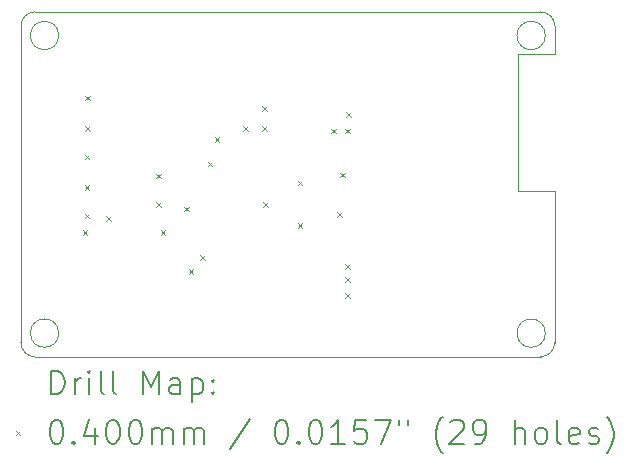
<source format=gbr>
%TF.GenerationSoftware,KiCad,Pcbnew,8.0.4*%
%TF.CreationDate,2024-09-16T16:07:33+01:00*%
%TF.ProjectId,algoritmi_foc,616c676f-7269-4746-9d69-5f666f632e6b,Andr_s Motta*%
%TF.SameCoordinates,Original*%
%TF.FileFunction,Drillmap*%
%TF.FilePolarity,Positive*%
%FSLAX45Y45*%
G04 Gerber Fmt 4.5, Leading zero omitted, Abs format (unit mm)*
G04 Created by KiCad (PCBNEW 8.0.4) date 2024-09-16 16:07:33*
%MOMM*%
%LPD*%
G01*
G04 APERTURE LIST*
%ADD10C,0.100000*%
%ADD11C,0.200000*%
G04 APERTURE END LIST*
D10*
X8140000Y-9620000D02*
X12420000Y-9620000D01*
X12227500Y-7060000D02*
X12540000Y-7060000D01*
X12460000Y-6900000D02*
G75*
G02*
X12220000Y-6900000I-120000J0D01*
G01*
X12220000Y-6900000D02*
G75*
G02*
X12460000Y-6900000I120000J0D01*
G01*
X12227500Y-8220000D02*
X12227500Y-7060000D01*
X8020000Y-6820000D02*
G75*
G02*
X8140000Y-6700000I120000J0D01*
G01*
X8340000Y-6900000D02*
G75*
G02*
X8100000Y-6900000I-120000J0D01*
G01*
X8100000Y-6900000D02*
G75*
G02*
X8340000Y-6900000I120000J0D01*
G01*
X12540000Y-9500000D02*
X12540000Y-8220000D01*
X8020000Y-6820000D02*
X8020000Y-9500000D01*
X12540000Y-7060000D02*
X12540000Y-6820000D01*
X8140000Y-9620000D02*
G75*
G02*
X8020000Y-9500000I0J120000D01*
G01*
X12460000Y-9420000D02*
G75*
G02*
X12220000Y-9420000I-120000J0D01*
G01*
X12220000Y-9420000D02*
G75*
G02*
X12460000Y-9420000I120000J0D01*
G01*
X12540000Y-8220000D02*
X12227500Y-8220000D01*
X8340000Y-9420000D02*
G75*
G02*
X8100000Y-9420000I-120000J0D01*
G01*
X8100000Y-9420000D02*
G75*
G02*
X8340000Y-9420000I120000J0D01*
G01*
X12420000Y-6700000D02*
X8140000Y-6700000D01*
X12540000Y-9500000D02*
G75*
G02*
X12420000Y-9620000I-120000J0D01*
G01*
X12420000Y-6700000D02*
G75*
G02*
X12540000Y-6820000I0J-120000D01*
G01*
D11*
D10*
X8543800Y-8549000D02*
X8583800Y-8589000D01*
X8583800Y-8549000D02*
X8543800Y-8589000D01*
X8558800Y-7909000D02*
X8598800Y-7949000D01*
X8598800Y-7909000D02*
X8558800Y-7949000D01*
X8558800Y-8169000D02*
X8598800Y-8209000D01*
X8598800Y-8169000D02*
X8558800Y-8209000D01*
X8558800Y-8409000D02*
X8598800Y-8449000D01*
X8598800Y-8409000D02*
X8558800Y-8449000D01*
X8563800Y-7409000D02*
X8603800Y-7449000D01*
X8603800Y-7409000D02*
X8563800Y-7449000D01*
X8563800Y-7669000D02*
X8603800Y-7709000D01*
X8603800Y-7669000D02*
X8563800Y-7709000D01*
X8743800Y-8429000D02*
X8783800Y-8469000D01*
X8783800Y-8429000D02*
X8743800Y-8469000D01*
X9163800Y-8069000D02*
X9203800Y-8109000D01*
X9203800Y-8069000D02*
X9163800Y-8109000D01*
X9163800Y-8309000D02*
X9203800Y-8349000D01*
X9203800Y-8309000D02*
X9163800Y-8349000D01*
X9203800Y-8549000D02*
X9243800Y-8589000D01*
X9243800Y-8549000D02*
X9203800Y-8589000D01*
X9400000Y-8349000D02*
X9440000Y-8389000D01*
X9440000Y-8349000D02*
X9400000Y-8389000D01*
X9440000Y-8880000D02*
X9480000Y-8920000D01*
X9480000Y-8880000D02*
X9440000Y-8920000D01*
X9540000Y-8760000D02*
X9580000Y-8800000D01*
X9580000Y-8760000D02*
X9540000Y-8800000D01*
X9600000Y-7969000D02*
X9640000Y-8009000D01*
X9640000Y-7969000D02*
X9600000Y-8009000D01*
X9660000Y-7760000D02*
X9700000Y-7800000D01*
X9700000Y-7760000D02*
X9660000Y-7800000D01*
X9903800Y-7669000D02*
X9943800Y-7709000D01*
X9943800Y-7669000D02*
X9903800Y-7709000D01*
X10060000Y-7500000D02*
X10100000Y-7540000D01*
X10100000Y-7500000D02*
X10060000Y-7540000D01*
X10063800Y-7669000D02*
X10103800Y-7709000D01*
X10103800Y-7669000D02*
X10063800Y-7709000D01*
X10073800Y-8309000D02*
X10113800Y-8349000D01*
X10113800Y-8309000D02*
X10073800Y-8349000D01*
X10363800Y-8129000D02*
X10403800Y-8169000D01*
X10403800Y-8129000D02*
X10363800Y-8169000D01*
X10363800Y-8489000D02*
X10403800Y-8529000D01*
X10403800Y-8489000D02*
X10363800Y-8529000D01*
X10643800Y-7689000D02*
X10683800Y-7729000D01*
X10683800Y-7689000D02*
X10643800Y-7729000D01*
X10696300Y-8396500D02*
X10736300Y-8436500D01*
X10736300Y-8396500D02*
X10696300Y-8436500D01*
X10720000Y-8060000D02*
X10760000Y-8100000D01*
X10760000Y-8060000D02*
X10720000Y-8100000D01*
X10762800Y-8837000D02*
X10802800Y-8877000D01*
X10802800Y-8837000D02*
X10762800Y-8877000D01*
X10763800Y-7688000D02*
X10803800Y-7728000D01*
X10803800Y-7688000D02*
X10763800Y-7728000D01*
X10765800Y-8946000D02*
X10805800Y-8986000D01*
X10805800Y-8946000D02*
X10765800Y-8986000D01*
X10766800Y-9083000D02*
X10806800Y-9123000D01*
X10806800Y-9083000D02*
X10766800Y-9123000D01*
X10770800Y-7550000D02*
X10810800Y-7590000D01*
X10810800Y-7550000D02*
X10770800Y-7590000D01*
D11*
X8275777Y-9936484D02*
X8275777Y-9736484D01*
X8275777Y-9736484D02*
X8323396Y-9736484D01*
X8323396Y-9736484D02*
X8351967Y-9746008D01*
X8351967Y-9746008D02*
X8371015Y-9765055D01*
X8371015Y-9765055D02*
X8380539Y-9784103D01*
X8380539Y-9784103D02*
X8390063Y-9822198D01*
X8390063Y-9822198D02*
X8390063Y-9850770D01*
X8390063Y-9850770D02*
X8380539Y-9888865D01*
X8380539Y-9888865D02*
X8371015Y-9907912D01*
X8371015Y-9907912D02*
X8351967Y-9926960D01*
X8351967Y-9926960D02*
X8323396Y-9936484D01*
X8323396Y-9936484D02*
X8275777Y-9936484D01*
X8475777Y-9936484D02*
X8475777Y-9803150D01*
X8475777Y-9841246D02*
X8485301Y-9822198D01*
X8485301Y-9822198D02*
X8494824Y-9812674D01*
X8494824Y-9812674D02*
X8513872Y-9803150D01*
X8513872Y-9803150D02*
X8532920Y-9803150D01*
X8599586Y-9936484D02*
X8599586Y-9803150D01*
X8599586Y-9736484D02*
X8590063Y-9746008D01*
X8590063Y-9746008D02*
X8599586Y-9755531D01*
X8599586Y-9755531D02*
X8609110Y-9746008D01*
X8609110Y-9746008D02*
X8599586Y-9736484D01*
X8599586Y-9736484D02*
X8599586Y-9755531D01*
X8723396Y-9936484D02*
X8704348Y-9926960D01*
X8704348Y-9926960D02*
X8694824Y-9907912D01*
X8694824Y-9907912D02*
X8694824Y-9736484D01*
X8828158Y-9936484D02*
X8809110Y-9926960D01*
X8809110Y-9926960D02*
X8799586Y-9907912D01*
X8799586Y-9907912D02*
X8799586Y-9736484D01*
X9056729Y-9936484D02*
X9056729Y-9736484D01*
X9056729Y-9736484D02*
X9123396Y-9879341D01*
X9123396Y-9879341D02*
X9190063Y-9736484D01*
X9190063Y-9736484D02*
X9190063Y-9936484D01*
X9371015Y-9936484D02*
X9371015Y-9831722D01*
X9371015Y-9831722D02*
X9361491Y-9812674D01*
X9361491Y-9812674D02*
X9342444Y-9803150D01*
X9342444Y-9803150D02*
X9304348Y-9803150D01*
X9304348Y-9803150D02*
X9285301Y-9812674D01*
X9371015Y-9926960D02*
X9351967Y-9936484D01*
X9351967Y-9936484D02*
X9304348Y-9936484D01*
X9304348Y-9936484D02*
X9285301Y-9926960D01*
X9285301Y-9926960D02*
X9275777Y-9907912D01*
X9275777Y-9907912D02*
X9275777Y-9888865D01*
X9275777Y-9888865D02*
X9285301Y-9869817D01*
X9285301Y-9869817D02*
X9304348Y-9860293D01*
X9304348Y-9860293D02*
X9351967Y-9860293D01*
X9351967Y-9860293D02*
X9371015Y-9850770D01*
X9466253Y-9803150D02*
X9466253Y-10003150D01*
X9466253Y-9812674D02*
X9485301Y-9803150D01*
X9485301Y-9803150D02*
X9523396Y-9803150D01*
X9523396Y-9803150D02*
X9542444Y-9812674D01*
X9542444Y-9812674D02*
X9551967Y-9822198D01*
X9551967Y-9822198D02*
X9561491Y-9841246D01*
X9561491Y-9841246D02*
X9561491Y-9898389D01*
X9561491Y-9898389D02*
X9551967Y-9917436D01*
X9551967Y-9917436D02*
X9542444Y-9926960D01*
X9542444Y-9926960D02*
X9523396Y-9936484D01*
X9523396Y-9936484D02*
X9485301Y-9936484D01*
X9485301Y-9936484D02*
X9466253Y-9926960D01*
X9647205Y-9917436D02*
X9656729Y-9926960D01*
X9656729Y-9926960D02*
X9647205Y-9936484D01*
X9647205Y-9936484D02*
X9637682Y-9926960D01*
X9637682Y-9926960D02*
X9647205Y-9917436D01*
X9647205Y-9917436D02*
X9647205Y-9936484D01*
X9647205Y-9812674D02*
X9656729Y-9822198D01*
X9656729Y-9822198D02*
X9647205Y-9831722D01*
X9647205Y-9831722D02*
X9637682Y-9822198D01*
X9637682Y-9822198D02*
X9647205Y-9812674D01*
X9647205Y-9812674D02*
X9647205Y-9831722D01*
D10*
X7975000Y-10245000D02*
X8015000Y-10285000D01*
X8015000Y-10245000D02*
X7975000Y-10285000D01*
D11*
X8313872Y-10156484D02*
X8332920Y-10156484D01*
X8332920Y-10156484D02*
X8351967Y-10166008D01*
X8351967Y-10166008D02*
X8361491Y-10175531D01*
X8361491Y-10175531D02*
X8371015Y-10194579D01*
X8371015Y-10194579D02*
X8380539Y-10232674D01*
X8380539Y-10232674D02*
X8380539Y-10280293D01*
X8380539Y-10280293D02*
X8371015Y-10318389D01*
X8371015Y-10318389D02*
X8361491Y-10337436D01*
X8361491Y-10337436D02*
X8351967Y-10346960D01*
X8351967Y-10346960D02*
X8332920Y-10356484D01*
X8332920Y-10356484D02*
X8313872Y-10356484D01*
X8313872Y-10356484D02*
X8294824Y-10346960D01*
X8294824Y-10346960D02*
X8285301Y-10337436D01*
X8285301Y-10337436D02*
X8275777Y-10318389D01*
X8275777Y-10318389D02*
X8266253Y-10280293D01*
X8266253Y-10280293D02*
X8266253Y-10232674D01*
X8266253Y-10232674D02*
X8275777Y-10194579D01*
X8275777Y-10194579D02*
X8285301Y-10175531D01*
X8285301Y-10175531D02*
X8294824Y-10166008D01*
X8294824Y-10166008D02*
X8313872Y-10156484D01*
X8466253Y-10337436D02*
X8475777Y-10346960D01*
X8475777Y-10346960D02*
X8466253Y-10356484D01*
X8466253Y-10356484D02*
X8456729Y-10346960D01*
X8456729Y-10346960D02*
X8466253Y-10337436D01*
X8466253Y-10337436D02*
X8466253Y-10356484D01*
X8647205Y-10223150D02*
X8647205Y-10356484D01*
X8599586Y-10146960D02*
X8551967Y-10289817D01*
X8551967Y-10289817D02*
X8675777Y-10289817D01*
X8790063Y-10156484D02*
X8809110Y-10156484D01*
X8809110Y-10156484D02*
X8828158Y-10166008D01*
X8828158Y-10166008D02*
X8837682Y-10175531D01*
X8837682Y-10175531D02*
X8847205Y-10194579D01*
X8847205Y-10194579D02*
X8856729Y-10232674D01*
X8856729Y-10232674D02*
X8856729Y-10280293D01*
X8856729Y-10280293D02*
X8847205Y-10318389D01*
X8847205Y-10318389D02*
X8837682Y-10337436D01*
X8837682Y-10337436D02*
X8828158Y-10346960D01*
X8828158Y-10346960D02*
X8809110Y-10356484D01*
X8809110Y-10356484D02*
X8790063Y-10356484D01*
X8790063Y-10356484D02*
X8771015Y-10346960D01*
X8771015Y-10346960D02*
X8761491Y-10337436D01*
X8761491Y-10337436D02*
X8751967Y-10318389D01*
X8751967Y-10318389D02*
X8742444Y-10280293D01*
X8742444Y-10280293D02*
X8742444Y-10232674D01*
X8742444Y-10232674D02*
X8751967Y-10194579D01*
X8751967Y-10194579D02*
X8761491Y-10175531D01*
X8761491Y-10175531D02*
X8771015Y-10166008D01*
X8771015Y-10166008D02*
X8790063Y-10156484D01*
X8980539Y-10156484D02*
X8999586Y-10156484D01*
X8999586Y-10156484D02*
X9018634Y-10166008D01*
X9018634Y-10166008D02*
X9028158Y-10175531D01*
X9028158Y-10175531D02*
X9037682Y-10194579D01*
X9037682Y-10194579D02*
X9047205Y-10232674D01*
X9047205Y-10232674D02*
X9047205Y-10280293D01*
X9047205Y-10280293D02*
X9037682Y-10318389D01*
X9037682Y-10318389D02*
X9028158Y-10337436D01*
X9028158Y-10337436D02*
X9018634Y-10346960D01*
X9018634Y-10346960D02*
X8999586Y-10356484D01*
X8999586Y-10356484D02*
X8980539Y-10356484D01*
X8980539Y-10356484D02*
X8961491Y-10346960D01*
X8961491Y-10346960D02*
X8951967Y-10337436D01*
X8951967Y-10337436D02*
X8942444Y-10318389D01*
X8942444Y-10318389D02*
X8932920Y-10280293D01*
X8932920Y-10280293D02*
X8932920Y-10232674D01*
X8932920Y-10232674D02*
X8942444Y-10194579D01*
X8942444Y-10194579D02*
X8951967Y-10175531D01*
X8951967Y-10175531D02*
X8961491Y-10166008D01*
X8961491Y-10166008D02*
X8980539Y-10156484D01*
X9132920Y-10356484D02*
X9132920Y-10223150D01*
X9132920Y-10242198D02*
X9142444Y-10232674D01*
X9142444Y-10232674D02*
X9161491Y-10223150D01*
X9161491Y-10223150D02*
X9190063Y-10223150D01*
X9190063Y-10223150D02*
X9209110Y-10232674D01*
X9209110Y-10232674D02*
X9218634Y-10251722D01*
X9218634Y-10251722D02*
X9218634Y-10356484D01*
X9218634Y-10251722D02*
X9228158Y-10232674D01*
X9228158Y-10232674D02*
X9247205Y-10223150D01*
X9247205Y-10223150D02*
X9275777Y-10223150D01*
X9275777Y-10223150D02*
X9294825Y-10232674D01*
X9294825Y-10232674D02*
X9304348Y-10251722D01*
X9304348Y-10251722D02*
X9304348Y-10356484D01*
X9399586Y-10356484D02*
X9399586Y-10223150D01*
X9399586Y-10242198D02*
X9409110Y-10232674D01*
X9409110Y-10232674D02*
X9428158Y-10223150D01*
X9428158Y-10223150D02*
X9456729Y-10223150D01*
X9456729Y-10223150D02*
X9475777Y-10232674D01*
X9475777Y-10232674D02*
X9485301Y-10251722D01*
X9485301Y-10251722D02*
X9485301Y-10356484D01*
X9485301Y-10251722D02*
X9494825Y-10232674D01*
X9494825Y-10232674D02*
X9513872Y-10223150D01*
X9513872Y-10223150D02*
X9542444Y-10223150D01*
X9542444Y-10223150D02*
X9561491Y-10232674D01*
X9561491Y-10232674D02*
X9571015Y-10251722D01*
X9571015Y-10251722D02*
X9571015Y-10356484D01*
X9961491Y-10146960D02*
X9790063Y-10404103D01*
X10218634Y-10156484D02*
X10237682Y-10156484D01*
X10237682Y-10156484D02*
X10256729Y-10166008D01*
X10256729Y-10166008D02*
X10266253Y-10175531D01*
X10266253Y-10175531D02*
X10275777Y-10194579D01*
X10275777Y-10194579D02*
X10285301Y-10232674D01*
X10285301Y-10232674D02*
X10285301Y-10280293D01*
X10285301Y-10280293D02*
X10275777Y-10318389D01*
X10275777Y-10318389D02*
X10266253Y-10337436D01*
X10266253Y-10337436D02*
X10256729Y-10346960D01*
X10256729Y-10346960D02*
X10237682Y-10356484D01*
X10237682Y-10356484D02*
X10218634Y-10356484D01*
X10218634Y-10356484D02*
X10199587Y-10346960D01*
X10199587Y-10346960D02*
X10190063Y-10337436D01*
X10190063Y-10337436D02*
X10180539Y-10318389D01*
X10180539Y-10318389D02*
X10171015Y-10280293D01*
X10171015Y-10280293D02*
X10171015Y-10232674D01*
X10171015Y-10232674D02*
X10180539Y-10194579D01*
X10180539Y-10194579D02*
X10190063Y-10175531D01*
X10190063Y-10175531D02*
X10199587Y-10166008D01*
X10199587Y-10166008D02*
X10218634Y-10156484D01*
X10371015Y-10337436D02*
X10380539Y-10346960D01*
X10380539Y-10346960D02*
X10371015Y-10356484D01*
X10371015Y-10356484D02*
X10361491Y-10346960D01*
X10361491Y-10346960D02*
X10371015Y-10337436D01*
X10371015Y-10337436D02*
X10371015Y-10356484D01*
X10504348Y-10156484D02*
X10523396Y-10156484D01*
X10523396Y-10156484D02*
X10542444Y-10166008D01*
X10542444Y-10166008D02*
X10551968Y-10175531D01*
X10551968Y-10175531D02*
X10561491Y-10194579D01*
X10561491Y-10194579D02*
X10571015Y-10232674D01*
X10571015Y-10232674D02*
X10571015Y-10280293D01*
X10571015Y-10280293D02*
X10561491Y-10318389D01*
X10561491Y-10318389D02*
X10551968Y-10337436D01*
X10551968Y-10337436D02*
X10542444Y-10346960D01*
X10542444Y-10346960D02*
X10523396Y-10356484D01*
X10523396Y-10356484D02*
X10504348Y-10356484D01*
X10504348Y-10356484D02*
X10485301Y-10346960D01*
X10485301Y-10346960D02*
X10475777Y-10337436D01*
X10475777Y-10337436D02*
X10466253Y-10318389D01*
X10466253Y-10318389D02*
X10456729Y-10280293D01*
X10456729Y-10280293D02*
X10456729Y-10232674D01*
X10456729Y-10232674D02*
X10466253Y-10194579D01*
X10466253Y-10194579D02*
X10475777Y-10175531D01*
X10475777Y-10175531D02*
X10485301Y-10166008D01*
X10485301Y-10166008D02*
X10504348Y-10156484D01*
X10761491Y-10356484D02*
X10647206Y-10356484D01*
X10704348Y-10356484D02*
X10704348Y-10156484D01*
X10704348Y-10156484D02*
X10685301Y-10185055D01*
X10685301Y-10185055D02*
X10666253Y-10204103D01*
X10666253Y-10204103D02*
X10647206Y-10213627D01*
X10942444Y-10156484D02*
X10847206Y-10156484D01*
X10847206Y-10156484D02*
X10837682Y-10251722D01*
X10837682Y-10251722D02*
X10847206Y-10242198D01*
X10847206Y-10242198D02*
X10866253Y-10232674D01*
X10866253Y-10232674D02*
X10913872Y-10232674D01*
X10913872Y-10232674D02*
X10932920Y-10242198D01*
X10932920Y-10242198D02*
X10942444Y-10251722D01*
X10942444Y-10251722D02*
X10951968Y-10270770D01*
X10951968Y-10270770D02*
X10951968Y-10318389D01*
X10951968Y-10318389D02*
X10942444Y-10337436D01*
X10942444Y-10337436D02*
X10932920Y-10346960D01*
X10932920Y-10346960D02*
X10913872Y-10356484D01*
X10913872Y-10356484D02*
X10866253Y-10356484D01*
X10866253Y-10356484D02*
X10847206Y-10346960D01*
X10847206Y-10346960D02*
X10837682Y-10337436D01*
X11018634Y-10156484D02*
X11151968Y-10156484D01*
X11151968Y-10156484D02*
X11066253Y-10356484D01*
X11218634Y-10156484D02*
X11218634Y-10194579D01*
X11294825Y-10156484D02*
X11294825Y-10194579D01*
X11590063Y-10432674D02*
X11580539Y-10423150D01*
X11580539Y-10423150D02*
X11561491Y-10394579D01*
X11561491Y-10394579D02*
X11551968Y-10375531D01*
X11551968Y-10375531D02*
X11542444Y-10346960D01*
X11542444Y-10346960D02*
X11532920Y-10299341D01*
X11532920Y-10299341D02*
X11532920Y-10261246D01*
X11532920Y-10261246D02*
X11542444Y-10213627D01*
X11542444Y-10213627D02*
X11551968Y-10185055D01*
X11551968Y-10185055D02*
X11561491Y-10166008D01*
X11561491Y-10166008D02*
X11580539Y-10137436D01*
X11580539Y-10137436D02*
X11590063Y-10127912D01*
X11656729Y-10175531D02*
X11666253Y-10166008D01*
X11666253Y-10166008D02*
X11685301Y-10156484D01*
X11685301Y-10156484D02*
X11732920Y-10156484D01*
X11732920Y-10156484D02*
X11751968Y-10166008D01*
X11751968Y-10166008D02*
X11761491Y-10175531D01*
X11761491Y-10175531D02*
X11771015Y-10194579D01*
X11771015Y-10194579D02*
X11771015Y-10213627D01*
X11771015Y-10213627D02*
X11761491Y-10242198D01*
X11761491Y-10242198D02*
X11647206Y-10356484D01*
X11647206Y-10356484D02*
X11771015Y-10356484D01*
X11866253Y-10356484D02*
X11904348Y-10356484D01*
X11904348Y-10356484D02*
X11923396Y-10346960D01*
X11923396Y-10346960D02*
X11932920Y-10337436D01*
X11932920Y-10337436D02*
X11951968Y-10308865D01*
X11951968Y-10308865D02*
X11961491Y-10270770D01*
X11961491Y-10270770D02*
X11961491Y-10194579D01*
X11961491Y-10194579D02*
X11951968Y-10175531D01*
X11951968Y-10175531D02*
X11942444Y-10166008D01*
X11942444Y-10166008D02*
X11923396Y-10156484D01*
X11923396Y-10156484D02*
X11885301Y-10156484D01*
X11885301Y-10156484D02*
X11866253Y-10166008D01*
X11866253Y-10166008D02*
X11856729Y-10175531D01*
X11856729Y-10175531D02*
X11847206Y-10194579D01*
X11847206Y-10194579D02*
X11847206Y-10242198D01*
X11847206Y-10242198D02*
X11856729Y-10261246D01*
X11856729Y-10261246D02*
X11866253Y-10270770D01*
X11866253Y-10270770D02*
X11885301Y-10280293D01*
X11885301Y-10280293D02*
X11923396Y-10280293D01*
X11923396Y-10280293D02*
X11942444Y-10270770D01*
X11942444Y-10270770D02*
X11951968Y-10261246D01*
X11951968Y-10261246D02*
X11961491Y-10242198D01*
X12199587Y-10356484D02*
X12199587Y-10156484D01*
X12285301Y-10356484D02*
X12285301Y-10251722D01*
X12285301Y-10251722D02*
X12275777Y-10232674D01*
X12275777Y-10232674D02*
X12256730Y-10223150D01*
X12256730Y-10223150D02*
X12228158Y-10223150D01*
X12228158Y-10223150D02*
X12209110Y-10232674D01*
X12209110Y-10232674D02*
X12199587Y-10242198D01*
X12409110Y-10356484D02*
X12390063Y-10346960D01*
X12390063Y-10346960D02*
X12380539Y-10337436D01*
X12380539Y-10337436D02*
X12371015Y-10318389D01*
X12371015Y-10318389D02*
X12371015Y-10261246D01*
X12371015Y-10261246D02*
X12380539Y-10242198D01*
X12380539Y-10242198D02*
X12390063Y-10232674D01*
X12390063Y-10232674D02*
X12409110Y-10223150D01*
X12409110Y-10223150D02*
X12437682Y-10223150D01*
X12437682Y-10223150D02*
X12456730Y-10232674D01*
X12456730Y-10232674D02*
X12466253Y-10242198D01*
X12466253Y-10242198D02*
X12475777Y-10261246D01*
X12475777Y-10261246D02*
X12475777Y-10318389D01*
X12475777Y-10318389D02*
X12466253Y-10337436D01*
X12466253Y-10337436D02*
X12456730Y-10346960D01*
X12456730Y-10346960D02*
X12437682Y-10356484D01*
X12437682Y-10356484D02*
X12409110Y-10356484D01*
X12590063Y-10356484D02*
X12571015Y-10346960D01*
X12571015Y-10346960D02*
X12561491Y-10327912D01*
X12561491Y-10327912D02*
X12561491Y-10156484D01*
X12742444Y-10346960D02*
X12723396Y-10356484D01*
X12723396Y-10356484D02*
X12685301Y-10356484D01*
X12685301Y-10356484D02*
X12666253Y-10346960D01*
X12666253Y-10346960D02*
X12656730Y-10327912D01*
X12656730Y-10327912D02*
X12656730Y-10251722D01*
X12656730Y-10251722D02*
X12666253Y-10232674D01*
X12666253Y-10232674D02*
X12685301Y-10223150D01*
X12685301Y-10223150D02*
X12723396Y-10223150D01*
X12723396Y-10223150D02*
X12742444Y-10232674D01*
X12742444Y-10232674D02*
X12751968Y-10251722D01*
X12751968Y-10251722D02*
X12751968Y-10270770D01*
X12751968Y-10270770D02*
X12656730Y-10289817D01*
X12828158Y-10346960D02*
X12847206Y-10356484D01*
X12847206Y-10356484D02*
X12885301Y-10356484D01*
X12885301Y-10356484D02*
X12904349Y-10346960D01*
X12904349Y-10346960D02*
X12913872Y-10327912D01*
X12913872Y-10327912D02*
X12913872Y-10318389D01*
X12913872Y-10318389D02*
X12904349Y-10299341D01*
X12904349Y-10299341D02*
X12885301Y-10289817D01*
X12885301Y-10289817D02*
X12856730Y-10289817D01*
X12856730Y-10289817D02*
X12837682Y-10280293D01*
X12837682Y-10280293D02*
X12828158Y-10261246D01*
X12828158Y-10261246D02*
X12828158Y-10251722D01*
X12828158Y-10251722D02*
X12837682Y-10232674D01*
X12837682Y-10232674D02*
X12856730Y-10223150D01*
X12856730Y-10223150D02*
X12885301Y-10223150D01*
X12885301Y-10223150D02*
X12904349Y-10232674D01*
X12980539Y-10432674D02*
X12990063Y-10423150D01*
X12990063Y-10423150D02*
X13009111Y-10394579D01*
X13009111Y-10394579D02*
X13018634Y-10375531D01*
X13018634Y-10375531D02*
X13028158Y-10346960D01*
X13028158Y-10346960D02*
X13037682Y-10299341D01*
X13037682Y-10299341D02*
X13037682Y-10261246D01*
X13037682Y-10261246D02*
X13028158Y-10213627D01*
X13028158Y-10213627D02*
X13018634Y-10185055D01*
X13018634Y-10185055D02*
X13009111Y-10166008D01*
X13009111Y-10166008D02*
X12990063Y-10137436D01*
X12990063Y-10137436D02*
X12980539Y-10127912D01*
M02*

</source>
